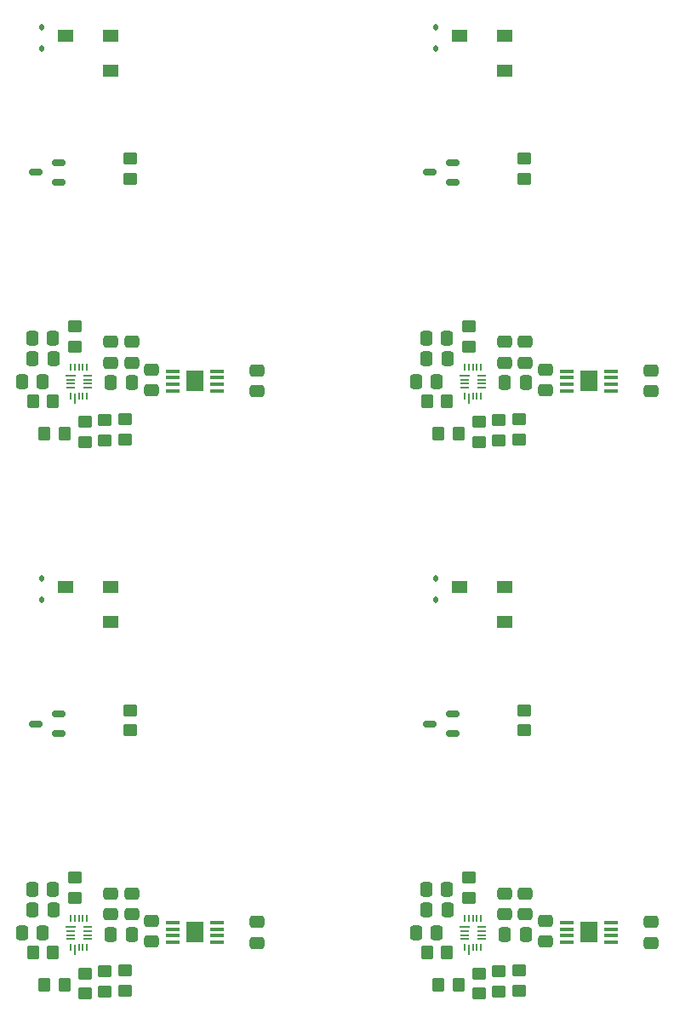
<source format=gbr>
%TF.GenerationSoftware,KiCad,Pcbnew,9.0.1*%
%TF.CreationDate,2025-05-14T16:36:12-05:00*%
%TF.ProjectId,Bottom_layer_Panel,426f7474-6f6d-45f6-9c61-7965725f5061,rev?*%
%TF.SameCoordinates,PX5fa74e0PY8cc3280*%
%TF.FileFunction,Paste,Top*%
%TF.FilePolarity,Positive*%
%FSLAX46Y46*%
G04 Gerber Fmt 4.6, Leading zero omitted, Abs format (unit mm)*
G04 Created by KiCad (PCBNEW 9.0.1) date 2025-05-14 16:36:12*
%MOMM*%
%LPD*%
G01*
G04 APERTURE LIST*
G04 Aperture macros list*
%AMRoundRect*
0 Rectangle with rounded corners*
0 $1 Rounding radius*
0 $2 $3 $4 $5 $6 $7 $8 $9 X,Y pos of 4 corners*
0 Add a 4 corners polygon primitive as box body*
4,1,4,$2,$3,$4,$5,$6,$7,$8,$9,$2,$3,0*
0 Add four circle primitives for the rounded corners*
1,1,$1+$1,$2,$3*
1,1,$1+$1,$4,$5*
1,1,$1+$1,$6,$7*
1,1,$1+$1,$8,$9*
0 Add four rect primitives between the rounded corners*
20,1,$1+$1,$2,$3,$4,$5,0*
20,1,$1+$1,$4,$5,$6,$7,0*
20,1,$1+$1,$6,$7,$8,$9,0*
20,1,$1+$1,$8,$9,$2,$3,0*%
G04 Aperture macros list end*
%ADD10RoundRect,0.250000X-0.450000X0.350000X-0.450000X-0.350000X0.450000X-0.350000X0.450000X0.350000X0*%
%ADD11RoundRect,0.250000X0.337500X0.475000X-0.337500X0.475000X-0.337500X-0.475000X0.337500X-0.475000X0*%
%ADD12R,0.990600X0.203200*%
%ADD13R,0.889000X0.203200*%
%ADD14R,0.203200X0.711200*%
%ADD15R,0.203200X1.111200*%
%ADD16RoundRect,0.250000X-0.350000X-0.450000X0.350000X-0.450000X0.350000X0.450000X-0.350000X0.450000X0*%
%ADD17RoundRect,0.112500X-0.112500X0.187500X-0.112500X-0.187500X0.112500X-0.187500X0.112500X0.187500X0*%
%ADD18RoundRect,0.250000X0.475000X-0.337500X0.475000X0.337500X-0.475000X0.337500X-0.475000X-0.337500X0*%
%ADD19RoundRect,0.250000X0.450000X-0.350000X0.450000X0.350000X-0.450000X0.350000X-0.450000X-0.350000X0*%
%ADD20R,1.500000X1.300000*%
%ADD21R,1.425000X0.450000*%
%ADD22R,1.700000X2.000000*%
%ADD23RoundRect,0.250000X-0.475000X0.337500X-0.475000X-0.337500X0.475000X-0.337500X0.475000X0.337500X0*%
%ADD24RoundRect,0.250000X0.350000X0.450000X-0.350000X0.450000X-0.350000X-0.450000X0.350000X-0.450000X0*%
%ADD25RoundRect,0.250000X-0.337500X-0.475000X0.337500X-0.475000X0.337500X0.475000X-0.337500X0.475000X0*%
%ADD26RoundRect,0.150000X0.512500X0.150000X-0.512500X0.150000X-0.512500X-0.150000X0.512500X-0.150000X0*%
G04 APERTURE END LIST*
D10*
%TO.C,R7*%
X71845000Y102740000D03*
X71845000Y100740000D03*
%TD*%
%TO.C,R5*%
X66350000Y31280000D03*
X66350000Y29280000D03*
%TD*%
D11*
%TO.C,C23*%
X23950000Y80620000D03*
X21875000Y80620000D03*
%TD*%
D12*
%TO.C,U6*%
X65930998Y81190000D03*
D13*
X65879998Y80790001D03*
X65879998Y80390001D03*
X65879998Y79990002D03*
D14*
X65929998Y79140001D03*
D15*
X66330000Y78940001D03*
D14*
X66729999Y79140001D03*
X67129998Y79140001D03*
X67530000Y79140001D03*
D13*
X67580000Y79990002D03*
X67580000Y80390001D03*
X67580000Y80790001D03*
X67580000Y81190000D03*
D14*
X67530000Y82040001D03*
X67129998Y82040001D03*
X66729999Y82040001D03*
X66330000Y82040001D03*
X65929998Y82040001D03*
%TD*%
D11*
%TO.C,C20*%
X64200000Y28110000D03*
X62125000Y28110000D03*
%TD*%
D16*
%TO.C,R6*%
X22970000Y23830000D03*
X24970000Y23830000D03*
%TD*%
D17*
%TO.C,D7*%
X23815000Y61000000D03*
X23815000Y58900000D03*
%TD*%
D18*
%TO.C,C18*%
X69890000Y27670000D03*
X69890000Y29745000D03*
%TD*%
D19*
%TO.C,R4*%
X28145000Y74580000D03*
X28145000Y76580000D03*
%TD*%
%TO.C,R4*%
X67345000Y19780000D03*
X67345000Y21780000D03*
%TD*%
D18*
%TO.C,C16*%
X84480000Y79622500D03*
X84480000Y81697500D03*
%TD*%
D20*
%TO.C,LS1*%
X30735000Y56710000D03*
X26235000Y60210000D03*
X30735000Y60210000D03*
%TD*%
D21*
%TO.C,IC1*%
X36843000Y81635000D03*
X36843000Y80985000D03*
X36843000Y80335000D03*
X36843000Y79685000D03*
X41267000Y79685000D03*
X41267000Y80335000D03*
X41267000Y80985000D03*
X41267000Y81635000D03*
D22*
X39055000Y80660000D03*
%TD*%
D11*
%TO.C,C23*%
X63150000Y25820000D03*
X61075000Y25820000D03*
%TD*%
%TO.C,C23*%
X63150000Y80620000D03*
X61075000Y80620000D03*
%TD*%
D18*
%TO.C,C18*%
X30690000Y27670000D03*
X30690000Y29745000D03*
%TD*%
D10*
%TO.C,R5*%
X66350000Y86080000D03*
X66350000Y84080000D03*
%TD*%
D16*
%TO.C,R6*%
X62170000Y23830000D03*
X64170000Y23830000D03*
%TD*%
D11*
%TO.C,C22*%
X24970000Y84900000D03*
X22895000Y84900000D03*
%TD*%
D18*
%TO.C,C19*%
X71970000Y82460000D03*
X71970000Y84535000D03*
%TD*%
D11*
%TO.C,C22*%
X24970000Y30100000D03*
X22895000Y30100000D03*
%TD*%
D23*
%TO.C,C15*%
X73980000Y27007500D03*
X73980000Y24932500D03*
%TD*%
D24*
%TO.C,R3*%
X26105000Y75470000D03*
X24105000Y75470000D03*
%TD*%
D10*
%TO.C,R7*%
X32645000Y47940000D03*
X32645000Y45940000D03*
%TD*%
D17*
%TO.C,D7*%
X23815000Y115800000D03*
X23815000Y113700000D03*
%TD*%
D20*
%TO.C,LS1*%
X69935000Y111510000D03*
X65435000Y115010000D03*
X69935000Y115010000D03*
%TD*%
D10*
%TO.C,R1*%
X71300000Y22050000D03*
X71300000Y20050000D03*
%TD*%
%TO.C,R2*%
X69320000Y21970000D03*
X69320000Y19970000D03*
%TD*%
D11*
%TO.C,C22*%
X64170000Y30100000D03*
X62095000Y30100000D03*
%TD*%
%TO.C,C23*%
X23950000Y25820000D03*
X21875000Y25820000D03*
%TD*%
D20*
%TO.C,LS1*%
X30735000Y111510000D03*
X26235000Y115010000D03*
X30735000Y115010000D03*
%TD*%
D12*
%TO.C,U6*%
X26730998Y26390000D03*
D13*
X26679998Y25990001D03*
X26679998Y25590001D03*
X26679998Y25190002D03*
D14*
X26729998Y24340001D03*
D15*
X27130000Y24140001D03*
D14*
X27529999Y24340001D03*
X27929998Y24340001D03*
X28330000Y24340001D03*
D13*
X28380000Y25190002D03*
X28380000Y25590001D03*
X28380000Y25990001D03*
X28380000Y26390000D03*
D14*
X28330000Y27240001D03*
X27929998Y27240001D03*
X27529999Y27240001D03*
X27130000Y27240001D03*
X26729998Y27240001D03*
%TD*%
D10*
%TO.C,R5*%
X27150000Y86080000D03*
X27150000Y84080000D03*
%TD*%
%TO.C,R1*%
X32100000Y22050000D03*
X32100000Y20050000D03*
%TD*%
D21*
%TO.C,IC1*%
X76043000Y26835000D03*
X76043000Y26185000D03*
X76043000Y25535000D03*
X76043000Y24885000D03*
X80467000Y24885000D03*
X80467000Y25535000D03*
X80467000Y26185000D03*
X80467000Y26835000D03*
D22*
X78255000Y25860000D03*
%TD*%
D10*
%TO.C,R7*%
X32645000Y102740000D03*
X32645000Y100740000D03*
%TD*%
D18*
%TO.C,C19*%
X71970000Y27660000D03*
X71970000Y29735000D03*
%TD*%
D10*
%TO.C,R2*%
X69320000Y76770000D03*
X69320000Y74770000D03*
%TD*%
D16*
%TO.C,R6*%
X22970000Y78630000D03*
X24970000Y78630000D03*
%TD*%
D17*
%TO.C,D7*%
X63015000Y115800000D03*
X63015000Y113700000D03*
%TD*%
D11*
%TO.C,C22*%
X64170000Y84900000D03*
X62095000Y84900000D03*
%TD*%
D18*
%TO.C,C16*%
X45280000Y24822500D03*
X45280000Y26897500D03*
%TD*%
%TO.C,C19*%
X32770000Y82460000D03*
X32770000Y84535000D03*
%TD*%
%TO.C,C18*%
X69890000Y82470000D03*
X69890000Y84545000D03*
%TD*%
D10*
%TO.C,R7*%
X71845000Y47940000D03*
X71845000Y45940000D03*
%TD*%
D24*
%TO.C,R3*%
X65305000Y75470000D03*
X63305000Y75470000D03*
%TD*%
D25*
%TO.C,C21*%
X69905000Y25680000D03*
X71980000Y25680000D03*
%TD*%
D26*
%TO.C,Q1*%
X64755000Y100440000D03*
X64755000Y102340000D03*
X62480000Y101390000D03*
%TD*%
D16*
%TO.C,R6*%
X62170000Y78630000D03*
X64170000Y78630000D03*
%TD*%
D25*
%TO.C,C21*%
X69905000Y80480000D03*
X71980000Y80480000D03*
%TD*%
D11*
%TO.C,C20*%
X25000000Y28110000D03*
X22925000Y28110000D03*
%TD*%
D26*
%TO.C,Q1*%
X25555000Y100440000D03*
X25555000Y102340000D03*
X23280000Y101390000D03*
%TD*%
%TO.C,Q1*%
X64755000Y45640000D03*
X64755000Y47540000D03*
X62480000Y46590000D03*
%TD*%
D10*
%TO.C,R2*%
X30120000Y76770000D03*
X30120000Y74770000D03*
%TD*%
D18*
%TO.C,C16*%
X45280000Y79622500D03*
X45280000Y81697500D03*
%TD*%
D19*
%TO.C,R4*%
X67345000Y74580000D03*
X67345000Y76580000D03*
%TD*%
D25*
%TO.C,C21*%
X30705000Y80480000D03*
X32780000Y80480000D03*
%TD*%
D24*
%TO.C,R3*%
X65305000Y20670000D03*
X63305000Y20670000D03*
%TD*%
D10*
%TO.C,R1*%
X32100000Y76850000D03*
X32100000Y74850000D03*
%TD*%
D24*
%TO.C,R3*%
X26105000Y20670000D03*
X24105000Y20670000D03*
%TD*%
D26*
%TO.C,Q1*%
X25555000Y45640000D03*
X25555000Y47540000D03*
X23280000Y46590000D03*
%TD*%
D10*
%TO.C,R5*%
X27150000Y31280000D03*
X27150000Y29280000D03*
%TD*%
D18*
%TO.C,C19*%
X32770000Y27660000D03*
X32770000Y29735000D03*
%TD*%
D23*
%TO.C,C15*%
X34780000Y81807500D03*
X34780000Y79732500D03*
%TD*%
D20*
%TO.C,LS1*%
X69935000Y56710000D03*
X65435000Y60210000D03*
X69935000Y60210000D03*
%TD*%
D10*
%TO.C,R1*%
X71300000Y76850000D03*
X71300000Y74850000D03*
%TD*%
D17*
%TO.C,D7*%
X63015000Y61000000D03*
X63015000Y58900000D03*
%TD*%
D18*
%TO.C,C16*%
X84480000Y24822500D03*
X84480000Y26897500D03*
%TD*%
D23*
%TO.C,C15*%
X34780000Y27007500D03*
X34780000Y24932500D03*
%TD*%
D10*
%TO.C,R2*%
X30120000Y21970000D03*
X30120000Y19970000D03*
%TD*%
D12*
%TO.C,U6*%
X65930998Y26390000D03*
D13*
X65879998Y25990001D03*
X65879998Y25590001D03*
X65879998Y25190002D03*
D14*
X65929998Y24340001D03*
D15*
X66330000Y24140001D03*
D14*
X66729999Y24340001D03*
X67129998Y24340001D03*
X67530000Y24340001D03*
D13*
X67580000Y25190002D03*
X67580000Y25590001D03*
X67580000Y25990001D03*
X67580000Y26390000D03*
D14*
X67530000Y27240001D03*
X67129998Y27240001D03*
X66729999Y27240001D03*
X66330000Y27240001D03*
X65929998Y27240001D03*
%TD*%
D25*
%TO.C,C21*%
X30705000Y25680000D03*
X32780000Y25680000D03*
%TD*%
D21*
%TO.C,IC1*%
X76043000Y81635000D03*
X76043000Y80985000D03*
X76043000Y80335000D03*
X76043000Y79685000D03*
X80467000Y79685000D03*
X80467000Y80335000D03*
X80467000Y80985000D03*
X80467000Y81635000D03*
D22*
X78255000Y80660000D03*
%TD*%
D19*
%TO.C,R4*%
X28145000Y19780000D03*
X28145000Y21780000D03*
%TD*%
D21*
%TO.C,IC1*%
X36843000Y26835000D03*
X36843000Y26185000D03*
X36843000Y25535000D03*
X36843000Y24885000D03*
X41267000Y24885000D03*
X41267000Y25535000D03*
X41267000Y26185000D03*
X41267000Y26835000D03*
D22*
X39055000Y25860000D03*
%TD*%
D12*
%TO.C,U6*%
X26730998Y81190000D03*
D13*
X26679998Y80790001D03*
X26679998Y80390001D03*
X26679998Y79990002D03*
D14*
X26729998Y79140001D03*
D15*
X27130000Y78940001D03*
D14*
X27529999Y79140001D03*
X27929998Y79140001D03*
X28330000Y79140001D03*
D13*
X28380000Y79990002D03*
X28380000Y80390001D03*
X28380000Y80790001D03*
X28380000Y81190000D03*
D14*
X28330000Y82040001D03*
X27929998Y82040001D03*
X27529999Y82040001D03*
X27130000Y82040001D03*
X26729998Y82040001D03*
%TD*%
D18*
%TO.C,C18*%
X30690000Y82470000D03*
X30690000Y84545000D03*
%TD*%
D23*
%TO.C,C15*%
X73980000Y81807500D03*
X73980000Y79732500D03*
%TD*%
D11*
%TO.C,C20*%
X25000000Y82910000D03*
X22925000Y82910000D03*
%TD*%
%TO.C,C20*%
X64200000Y82910000D03*
X62125000Y82910000D03*
%TD*%
M02*

</source>
